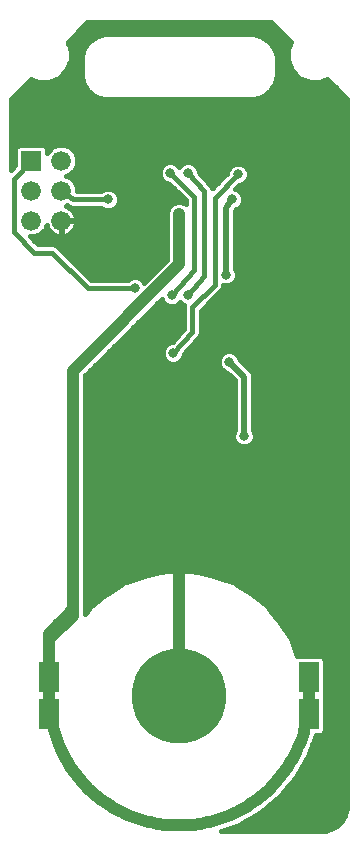
<source format=gbl>
G75*
%MOIN*%
%OFA0B0*%
%FSLAX25Y25*%
%IPPOS*%
%LPD*%
%AMOC8*
5,1,8,0,0,1.08239X$1,22.5*
%
%ADD10R,0.07000X0.10000*%
%ADD11C,0.31496*%
%ADD12R,0.06600X0.06600*%
%ADD13C,0.06600*%
%ADD14C,0.01600*%
%ADD15C,0.03169*%
%ADD16C,0.01200*%
%ADD17C,0.04000*%
%ADD18C,0.02000*%
%ADD19C,0.03562*%
D10*
X0017629Y0043926D03*
X0017629Y0056131D03*
X0104243Y0056131D03*
X0104243Y0043926D03*
D11*
X0060936Y0050028D03*
D12*
X0011645Y0228335D03*
D13*
X0011645Y0218335D03*
X0011645Y0208335D03*
X0021645Y0208335D03*
X0021645Y0218335D03*
X0021645Y0228335D03*
D14*
X0023374Y0223335D02*
X0024636Y0223858D01*
X0026122Y0225344D01*
X0026926Y0227285D01*
X0026926Y0229386D01*
X0026122Y0231327D01*
X0024636Y0232813D01*
X0022695Y0233617D01*
X0020594Y0233617D01*
X0018653Y0232813D01*
X0017167Y0231327D01*
X0016926Y0230743D01*
X0016926Y0232456D01*
X0015765Y0233617D01*
X0007524Y0233617D01*
X0006363Y0232456D01*
X0006363Y0226854D01*
X0004878Y0225308D01*
X0004878Y0248891D01*
X0011480Y0255494D01*
X0013850Y0254512D01*
X0017470Y0254512D01*
X0020815Y0255897D01*
X0023374Y0258457D01*
X0024759Y0261801D01*
X0024759Y0265421D01*
X0023778Y0267791D01*
X0030380Y0274394D01*
X0091492Y0274394D01*
X0098094Y0267791D01*
X0097112Y0265421D01*
X0097112Y0261801D01*
X0098498Y0258457D01*
X0101057Y0255897D01*
X0104401Y0254512D01*
X0108021Y0254512D01*
X0110392Y0255494D01*
X0116994Y0248891D01*
X0116994Y0013611D01*
X0116919Y0012461D01*
X0116323Y0010238D01*
X0115173Y0008245D01*
X0113546Y0006618D01*
X0111553Y0005468D01*
X0109330Y0004872D01*
X0108180Y0004797D01*
X0074925Y0004797D01*
X0080997Y0007007D01*
X0080997Y0007007D01*
X0088163Y0011144D01*
X0088163Y0011144D01*
X0094501Y0016463D01*
X0094501Y0016463D01*
X0099820Y0022801D01*
X0103957Y0029967D01*
X0106497Y0036945D01*
X0108564Y0036945D01*
X0109724Y0038105D01*
X0109724Y0049747D01*
X0109442Y0050028D01*
X0109724Y0050310D01*
X0109724Y0061951D01*
X0108564Y0063112D01*
X0100319Y0063112D01*
X0100278Y0063277D01*
X0100193Y0063328D01*
X0098673Y0067888D01*
X0098738Y0068214D01*
X0098391Y0068734D01*
X0098193Y0069327D01*
X0097897Y0069475D01*
X0094731Y0074223D01*
X0094744Y0074348D01*
X0094228Y0074979D01*
X0093776Y0075657D01*
X0093653Y0075681D01*
X0091042Y0078873D01*
X0091017Y0079123D01*
X0090474Y0079567D01*
X0090030Y0080109D01*
X0089780Y0080134D01*
X0086589Y0082745D01*
X0086564Y0082868D01*
X0085886Y0083320D01*
X0085255Y0083836D01*
X0085131Y0083824D01*
X0080383Y0086989D01*
X0080235Y0087286D01*
X0079641Y0087484D01*
X0079121Y0087830D01*
X0078796Y0087765D01*
X0074235Y0089286D01*
X0074185Y0089370D01*
X0073371Y0089574D01*
X0072576Y0089839D01*
X0072487Y0089795D01*
X0066013Y0091413D01*
X0065797Y0091630D01*
X0065148Y0091630D01*
X0064517Y0091787D01*
X0064255Y0091630D01*
X0057617Y0091630D01*
X0057354Y0091787D01*
X0056724Y0091630D01*
X0056075Y0091630D01*
X0055858Y0091413D01*
X0049384Y0089795D01*
X0049296Y0089839D01*
X0048501Y0089574D01*
X0047687Y0089370D01*
X0047636Y0089286D01*
X0043076Y0087765D01*
X0042751Y0087830D01*
X0042230Y0087484D01*
X0041637Y0087286D01*
X0041489Y0086989D01*
X0036741Y0083824D01*
X0036616Y0083836D01*
X0035985Y0083320D01*
X0035307Y0082868D01*
X0035283Y0082745D01*
X0032091Y0080134D01*
X0031842Y0080109D01*
X0031398Y0079567D01*
X0030855Y0079123D01*
X0030830Y0078873D01*
X0029510Y0077260D01*
X0029484Y0077704D01*
X0029484Y0156647D01*
X0055089Y0182252D01*
X0055453Y0181375D01*
X0056456Y0180372D01*
X0057766Y0179829D01*
X0059184Y0179829D01*
X0060495Y0180372D01*
X0061182Y0181059D01*
X0061869Y0180372D01*
X0062607Y0180066D01*
X0062584Y0180011D01*
X0062584Y0172183D01*
X0058483Y0167767D01*
X0058258Y0167767D01*
X0056948Y0167224D01*
X0055945Y0166221D01*
X0055402Y0164911D01*
X0055402Y0163492D01*
X0055945Y0162182D01*
X0056948Y0161179D01*
X0058258Y0160636D01*
X0059677Y0160636D01*
X0060987Y0161179D01*
X0061990Y0162182D01*
X0062533Y0163492D01*
X0062533Y0163954D01*
X0067368Y0169161D01*
X0067723Y0169516D01*
X0067743Y0169565D01*
X0067779Y0169604D01*
X0067954Y0170075D01*
X0068146Y0170538D01*
X0068146Y0170591D01*
X0068165Y0170641D01*
X0068146Y0171143D01*
X0068146Y0178306D01*
X0074322Y0184482D01*
X0074322Y0184482D01*
X0075105Y0185264D01*
X0075528Y0186286D01*
X0075528Y0186904D01*
X0075975Y0186719D01*
X0077393Y0186719D01*
X0078703Y0187262D01*
X0079706Y0188265D01*
X0080249Y0189575D01*
X0080249Y0190993D01*
X0079706Y0192304D01*
X0079665Y0192345D01*
X0079665Y0211527D01*
X0080048Y0212102D01*
X0080672Y0212360D01*
X0081675Y0213363D01*
X0082218Y0214673D01*
X0082218Y0216092D01*
X0081675Y0217402D01*
X0080672Y0218405D01*
X0079638Y0218833D01*
X0080989Y0220183D01*
X0081330Y0220183D01*
X0082640Y0220726D01*
X0083643Y0221729D01*
X0084186Y0223040D01*
X0084186Y0224458D01*
X0083643Y0225768D01*
X0082640Y0226771D01*
X0081330Y0227314D01*
X0079912Y0227314D01*
X0078601Y0226771D01*
X0077598Y0225768D01*
X0077056Y0224458D01*
X0077056Y0224117D01*
X0072008Y0219069D01*
X0071894Y0219344D01*
X0071726Y0219807D01*
X0071684Y0219853D01*
X0071660Y0219911D01*
X0071311Y0220259D01*
X0067454Y0224467D01*
X0067454Y0224950D01*
X0066911Y0226261D01*
X0065908Y0227263D01*
X0064598Y0227806D01*
X0063179Y0227806D01*
X0061869Y0227263D01*
X0060936Y0226330D01*
X0060003Y0227263D01*
X0058692Y0227806D01*
X0057274Y0227806D01*
X0055963Y0227263D01*
X0054961Y0226261D01*
X0054418Y0224950D01*
X0054418Y0223532D01*
X0054961Y0222221D01*
X0055963Y0221218D01*
X0057274Y0220676D01*
X0057615Y0220676D01*
X0063076Y0215215D01*
X0063076Y0213884D01*
X0061728Y0214443D01*
X0060144Y0214443D01*
X0058681Y0213836D01*
X0057561Y0212717D01*
X0056955Y0211253D01*
X0056955Y0195378D01*
X0049270Y0187693D01*
X0049195Y0187875D01*
X0048192Y0188878D01*
X0046881Y0189420D01*
X0045463Y0189420D01*
X0044152Y0188878D01*
X0043911Y0188636D01*
X0031576Y0188636D01*
X0020188Y0200024D01*
X0019166Y0200447D01*
X0013859Y0200447D01*
X0011252Y0203054D01*
X0012695Y0203054D01*
X0014636Y0203858D01*
X0016122Y0205344D01*
X0016756Y0206876D01*
X0016918Y0206378D01*
X0017283Y0205662D01*
X0017754Y0205013D01*
X0018322Y0204445D01*
X0018972Y0203974D01*
X0019687Y0203609D01*
X0020450Y0203361D01*
X0021243Y0203235D01*
X0021460Y0203235D01*
X0021460Y0208151D01*
X0021829Y0208151D01*
X0021829Y0208520D01*
X0026745Y0208520D01*
X0026745Y0208737D01*
X0026619Y0209530D01*
X0026371Y0210293D01*
X0026006Y0211008D01*
X0025535Y0211658D01*
X0024967Y0212225D01*
X0024317Y0212697D01*
X0023602Y0213062D01*
X0023104Y0213224D01*
X0023522Y0213397D01*
X0023666Y0213286D01*
X0023927Y0213025D01*
X0024102Y0212953D01*
X0024252Y0212838D01*
X0024609Y0212743D01*
X0024950Y0212602D01*
X0025138Y0212602D01*
X0025321Y0212553D01*
X0025687Y0212602D01*
X0035053Y0212602D01*
X0035294Y0212360D01*
X0036605Y0211817D01*
X0038023Y0211817D01*
X0039333Y0212360D01*
X0040336Y0213363D01*
X0040879Y0214673D01*
X0040879Y0216092D01*
X0040336Y0217402D01*
X0039333Y0218405D01*
X0038023Y0218948D01*
X0036605Y0218948D01*
X0035294Y0218405D01*
X0035053Y0218164D01*
X0026926Y0218164D01*
X0026926Y0219386D01*
X0026122Y0221327D01*
X0024636Y0222813D01*
X0023374Y0223335D01*
X0024771Y0223993D02*
X0054418Y0223993D01*
X0054683Y0225592D02*
X0026224Y0225592D01*
X0026886Y0227190D02*
X0055890Y0227190D01*
X0057983Y0224241D02*
X0065857Y0216367D01*
X0065857Y0191761D01*
X0058475Y0183394D01*
X0060956Y0180833D02*
X0061408Y0180833D01*
X0062584Y0179235D02*
X0052072Y0179235D01*
X0050473Y0177636D02*
X0062584Y0177636D01*
X0062584Y0176038D02*
X0048875Y0176038D01*
X0047276Y0174439D02*
X0062584Y0174439D01*
X0062584Y0172841D02*
X0045678Y0172841D01*
X0044079Y0171242D02*
X0061710Y0171242D01*
X0060226Y0169644D02*
X0042481Y0169644D01*
X0040882Y0168045D02*
X0058741Y0168045D01*
X0056170Y0166447D02*
X0039284Y0166447D01*
X0037685Y0164848D02*
X0055402Y0164848D01*
X0055503Y0163250D02*
X0036086Y0163250D01*
X0034488Y0161651D02*
X0056476Y0161651D01*
X0058967Y0164202D02*
X0065365Y0171091D01*
X0065365Y0179457D01*
X0072747Y0186839D01*
X0072747Y0215875D01*
X0080621Y0223749D01*
X0081630Y0227190D02*
X0116994Y0227190D01*
X0116994Y0225592D02*
X0083717Y0225592D01*
X0084186Y0223993D02*
X0116994Y0223993D01*
X0116994Y0222395D02*
X0083919Y0222395D01*
X0082710Y0220796D02*
X0116994Y0220796D01*
X0116994Y0219198D02*
X0080003Y0219198D01*
X0081478Y0217599D02*
X0116994Y0217599D01*
X0116994Y0216001D02*
X0082218Y0216001D01*
X0082105Y0214402D02*
X0116994Y0214402D01*
X0116994Y0212803D02*
X0081115Y0212803D01*
X0079665Y0211205D02*
X0116994Y0211205D01*
X0116994Y0209606D02*
X0079665Y0209606D01*
X0079665Y0208008D02*
X0116994Y0208008D01*
X0116994Y0206409D02*
X0079665Y0206409D01*
X0080621Y0206524D02*
X0081605Y0205540D01*
X0079665Y0204811D02*
X0116994Y0204811D01*
X0116994Y0203212D02*
X0079665Y0203212D01*
X0079665Y0201614D02*
X0116994Y0201614D01*
X0116994Y0200015D02*
X0079665Y0200015D01*
X0079665Y0198417D02*
X0116994Y0198417D01*
X0116994Y0196818D02*
X0079665Y0196818D01*
X0079665Y0195220D02*
X0116994Y0195220D01*
X0116994Y0193621D02*
X0079665Y0193621D01*
X0079823Y0192023D02*
X0116994Y0192023D01*
X0116994Y0190424D02*
X0080249Y0190424D01*
X0079939Y0188826D02*
X0116994Y0188826D01*
X0116994Y0187227D02*
X0078620Y0187227D01*
X0076684Y0184871D02*
X0075700Y0182902D01*
X0075256Y0185629D02*
X0116994Y0185629D01*
X0116994Y0184030D02*
X0073871Y0184030D01*
X0072272Y0182432D02*
X0116994Y0182432D01*
X0116994Y0180833D02*
X0070674Y0180833D01*
X0068810Y0178965D02*
X0069794Y0176997D01*
X0069075Y0179235D02*
X0116994Y0179235D01*
X0116994Y0177636D02*
X0068146Y0177636D01*
X0068146Y0176038D02*
X0116994Y0176038D01*
X0116994Y0174439D02*
X0068146Y0174439D01*
X0068146Y0172841D02*
X0116994Y0172841D01*
X0116994Y0171242D02*
X0068146Y0171242D01*
X0067794Y0169644D02*
X0116994Y0169644D01*
X0116994Y0168045D02*
X0066332Y0168045D01*
X0064847Y0166447D02*
X0116994Y0166447D01*
X0116994Y0164848D02*
X0063363Y0164848D01*
X0062432Y0163250D02*
X0074638Y0163250D01*
X0074646Y0163268D02*
X0074103Y0161958D01*
X0074103Y0160540D01*
X0074646Y0159229D01*
X0075649Y0158226D01*
X0076959Y0157683D01*
X0077018Y0157683D01*
X0079608Y0155093D01*
X0079608Y0138704D01*
X0079567Y0138662D01*
X0079024Y0137352D01*
X0079024Y0135933D01*
X0079567Y0134623D01*
X0080570Y0133620D01*
X0081880Y0133077D01*
X0083299Y0133077D01*
X0084609Y0133620D01*
X0085612Y0134623D01*
X0086155Y0135933D01*
X0086155Y0137352D01*
X0085612Y0138662D01*
X0085570Y0138704D01*
X0085570Y0156921D01*
X0085117Y0158016D01*
X0081233Y0161899D01*
X0081233Y0161958D01*
X0080691Y0163268D01*
X0079688Y0164271D01*
X0078377Y0164814D01*
X0076959Y0164814D01*
X0075649Y0164271D01*
X0074646Y0163268D01*
X0074103Y0161651D02*
X0061459Y0161651D01*
X0055994Y0180833D02*
X0053670Y0180833D01*
X0050402Y0188826D02*
X0048244Y0188826D01*
X0046172Y0185855D02*
X0030424Y0185855D01*
X0018613Y0197666D01*
X0012708Y0197666D01*
X0005818Y0204556D01*
X0005818Y0222272D01*
X0011645Y0228335D01*
X0015797Y0233584D02*
X0020516Y0233584D01*
X0022773Y0233584D02*
X0116994Y0233584D01*
X0116994Y0231986D02*
X0025463Y0231986D01*
X0026511Y0230387D02*
X0116994Y0230387D01*
X0116994Y0228789D02*
X0026926Y0228789D01*
X0025054Y0222395D02*
X0054889Y0222395D01*
X0056983Y0220796D02*
X0026342Y0220796D01*
X0026926Y0219198D02*
X0059093Y0219198D01*
X0060692Y0217599D02*
X0040140Y0217599D01*
X0040879Y0216001D02*
X0062290Y0216001D01*
X0061826Y0214402D02*
X0063076Y0214402D01*
X0060046Y0214402D02*
X0040767Y0214402D01*
X0039777Y0212803D02*
X0057648Y0212803D01*
X0056955Y0211205D02*
X0025864Y0211205D01*
X0026594Y0209606D02*
X0056955Y0209606D01*
X0056955Y0208008D02*
X0026745Y0208008D01*
X0026745Y0207934D02*
X0026744Y0208151D01*
X0021829Y0208151D01*
X0021829Y0203235D01*
X0022046Y0203235D01*
X0022839Y0203361D01*
X0023602Y0203609D01*
X0024317Y0203974D01*
X0024967Y0204445D01*
X0025535Y0205013D01*
X0026006Y0205662D01*
X0026371Y0206378D01*
X0026619Y0207141D01*
X0026745Y0207934D01*
X0026381Y0206409D02*
X0056955Y0206409D01*
X0056955Y0204811D02*
X0025332Y0204811D01*
X0028456Y0203572D02*
X0027471Y0197666D01*
X0026591Y0193621D02*
X0055198Y0193621D01*
X0053599Y0192023D02*
X0028189Y0192023D01*
X0029788Y0190424D02*
X0052001Y0190424D01*
X0056796Y0195220D02*
X0024992Y0195220D01*
X0023394Y0196818D02*
X0056955Y0196818D01*
X0056955Y0198417D02*
X0021795Y0198417D01*
X0020197Y0200015D02*
X0056955Y0200015D01*
X0056955Y0201614D02*
X0012693Y0201614D01*
X0013077Y0203212D02*
X0056955Y0203212D01*
X0069302Y0189792D02*
X0063889Y0183394D01*
X0069302Y0189792D02*
X0069302Y0218335D01*
X0063889Y0224241D01*
X0065982Y0227190D02*
X0079612Y0227190D01*
X0077525Y0225592D02*
X0067188Y0225592D01*
X0067889Y0223993D02*
X0076932Y0223993D01*
X0075334Y0222395D02*
X0069354Y0222395D01*
X0070819Y0220796D02*
X0073735Y0220796D01*
X0072137Y0219198D02*
X0071955Y0219198D01*
X0061796Y0227190D02*
X0060076Y0227190D01*
X0050109Y0232115D02*
X0047156Y0233099D01*
X0037314Y0215383D02*
X0025503Y0215383D01*
X0021645Y0218335D01*
X0024109Y0212803D02*
X0024381Y0212803D01*
X0021829Y0208008D02*
X0021460Y0208008D01*
X0021460Y0206409D02*
X0021829Y0206409D01*
X0021829Y0204811D02*
X0021460Y0204811D01*
X0017957Y0204811D02*
X0015589Y0204811D01*
X0016563Y0206409D02*
X0016908Y0206409D01*
X0006363Y0227190D02*
X0004878Y0227190D01*
X0004878Y0225592D02*
X0005150Y0225592D01*
X0004878Y0228789D02*
X0006363Y0228789D01*
X0006363Y0230387D02*
X0004878Y0230387D01*
X0004878Y0231986D02*
X0006363Y0231986D01*
X0007492Y0233584D02*
X0004878Y0233584D01*
X0004878Y0235183D02*
X0116994Y0235183D01*
X0116994Y0236781D02*
X0004878Y0236781D01*
X0004878Y0238380D02*
X0116994Y0238380D01*
X0116994Y0239978D02*
X0004878Y0239978D01*
X0004878Y0241577D02*
X0116994Y0241577D01*
X0116994Y0243175D02*
X0004878Y0243175D01*
X0004878Y0244774D02*
X0116994Y0244774D01*
X0116994Y0246372D02*
X0004878Y0246372D01*
X0004878Y0247971D02*
X0116994Y0247971D01*
X0116316Y0249569D02*
X0088326Y0249569D01*
X0088650Y0249675D02*
X0088650Y0249675D01*
X0090931Y0251332D01*
X0090931Y0251332D01*
X0092589Y0253614D01*
X0093460Y0256296D01*
X0093460Y0263053D01*
X0092589Y0265734D01*
X0092589Y0265734D01*
X0090931Y0268016D01*
X0088650Y0269673D01*
X0085968Y0270545D01*
X0035904Y0270545D01*
X0033222Y0269673D01*
X0030940Y0268016D01*
X0029283Y0265734D01*
X0028411Y0263053D01*
X0028411Y0262239D01*
X0028411Y0256296D01*
X0029283Y0253614D01*
X0029283Y0253614D01*
X0030940Y0251332D01*
X0030940Y0251332D01*
X0030940Y0251332D01*
X0033222Y0249675D01*
X0035904Y0248803D01*
X0085968Y0248803D01*
X0088650Y0249675D01*
X0090705Y0251168D02*
X0114718Y0251168D01*
X0113119Y0252766D02*
X0091973Y0252766D01*
X0092589Y0253614D02*
X0092589Y0253614D01*
X0092833Y0254365D02*
X0111521Y0254365D01*
X0100991Y0255963D02*
X0093352Y0255963D01*
X0093460Y0257562D02*
X0099392Y0257562D01*
X0098206Y0259160D02*
X0093460Y0259160D01*
X0093460Y0260759D02*
X0097544Y0260759D01*
X0097112Y0262357D02*
X0093460Y0262357D01*
X0093167Y0263956D02*
X0097112Y0263956D01*
X0097167Y0265554D02*
X0092647Y0265554D01*
X0091558Y0267153D02*
X0097830Y0267153D01*
X0097134Y0268751D02*
X0089919Y0268751D01*
X0090931Y0268016D02*
X0090931Y0268016D01*
X0090931Y0268016D01*
X0088650Y0269673D02*
X0088650Y0269673D01*
X0086568Y0270350D02*
X0095536Y0270350D01*
X0093937Y0271948D02*
X0027935Y0271948D01*
X0026336Y0270350D02*
X0035304Y0270350D01*
X0033222Y0269673D02*
X0033222Y0269673D01*
X0031953Y0268751D02*
X0024738Y0268751D01*
X0024042Y0267153D02*
X0030313Y0267153D01*
X0030940Y0268016D02*
X0030940Y0268016D01*
X0029224Y0265554D02*
X0024704Y0265554D01*
X0024759Y0263956D02*
X0028705Y0263956D01*
X0028411Y0262357D02*
X0024759Y0262357D01*
X0024328Y0260759D02*
X0028411Y0260759D01*
X0028411Y0259160D02*
X0023666Y0259160D01*
X0022479Y0257562D02*
X0028411Y0257562D01*
X0028519Y0255963D02*
X0020881Y0255963D01*
X0029039Y0254365D02*
X0010351Y0254365D01*
X0008753Y0252766D02*
X0029898Y0252766D01*
X0031167Y0251168D02*
X0007154Y0251168D01*
X0005555Y0249569D02*
X0033546Y0249569D01*
X0033222Y0249675D02*
X0033222Y0249675D01*
X0029533Y0273547D02*
X0092339Y0273547D01*
X0090931Y0251332D02*
X0090931Y0251332D01*
X0090956Y0205540D02*
X0089479Y0205540D01*
X0091448Y0166170D02*
X0091448Y0158296D01*
X0097353Y0158296D02*
X0099322Y0156820D01*
X0110148Y0153375D02*
X0112117Y0151406D01*
X0116994Y0152060D02*
X0085570Y0152060D01*
X0085570Y0150462D02*
X0116994Y0150462D01*
X0116994Y0148863D02*
X0085570Y0148863D01*
X0085570Y0147265D02*
X0116994Y0147265D01*
X0116994Y0145666D02*
X0085570Y0145666D01*
X0085570Y0144068D02*
X0116994Y0144068D01*
X0116994Y0142469D02*
X0085570Y0142469D01*
X0085570Y0140870D02*
X0116994Y0140870D01*
X0116994Y0139272D02*
X0085570Y0139272D01*
X0086021Y0137673D02*
X0116994Y0137673D01*
X0116994Y0136075D02*
X0086155Y0136075D01*
X0085465Y0134476D02*
X0116994Y0134476D01*
X0116994Y0132878D02*
X0029484Y0132878D01*
X0029484Y0134476D02*
X0079713Y0134476D01*
X0079024Y0136075D02*
X0029484Y0136075D01*
X0029484Y0137673D02*
X0079157Y0137673D01*
X0079608Y0139272D02*
X0029484Y0139272D01*
X0029484Y0140870D02*
X0079608Y0140870D01*
X0079608Y0142469D02*
X0029484Y0142469D01*
X0029484Y0144068D02*
X0079608Y0144068D01*
X0079608Y0145666D02*
X0029484Y0145666D01*
X0029484Y0147265D02*
X0079608Y0147265D01*
X0079608Y0148863D02*
X0029484Y0148863D01*
X0029484Y0150462D02*
X0079608Y0150462D01*
X0079608Y0152060D02*
X0029484Y0152060D01*
X0029484Y0153659D02*
X0079608Y0153659D01*
X0079444Y0155257D02*
X0029484Y0155257D01*
X0029692Y0156856D02*
X0077845Y0156856D01*
X0075421Y0158454D02*
X0031291Y0158454D01*
X0032889Y0160053D02*
X0074304Y0160053D01*
X0080698Y0163250D02*
X0116994Y0163250D01*
X0116994Y0161651D02*
X0081482Y0161651D01*
X0083080Y0160053D02*
X0116994Y0160053D01*
X0116994Y0158454D02*
X0084679Y0158454D01*
X0085570Y0156856D02*
X0116994Y0156856D01*
X0116994Y0155257D02*
X0085570Y0155257D01*
X0085570Y0153659D02*
X0116994Y0153659D01*
X0116994Y0131279D02*
X0029484Y0131279D01*
X0029484Y0129681D02*
X0116994Y0129681D01*
X0116994Y0128082D02*
X0029484Y0128082D01*
X0029484Y0126484D02*
X0116994Y0126484D01*
X0116994Y0124885D02*
X0029484Y0124885D01*
X0029484Y0123287D02*
X0116994Y0123287D01*
X0116994Y0121688D02*
X0029484Y0121688D01*
X0029484Y0120090D02*
X0116994Y0120090D01*
X0116994Y0118491D02*
X0029484Y0118491D01*
X0029484Y0116893D02*
X0116994Y0116893D01*
X0116994Y0115294D02*
X0029484Y0115294D01*
X0029484Y0113696D02*
X0116994Y0113696D01*
X0116994Y0112097D02*
X0029484Y0112097D01*
X0029484Y0110499D02*
X0116994Y0110499D01*
X0116994Y0108900D02*
X0029484Y0108900D01*
X0029484Y0107302D02*
X0116994Y0107302D01*
X0116994Y0105703D02*
X0029484Y0105703D01*
X0029484Y0104105D02*
X0116994Y0104105D01*
X0116994Y0102506D02*
X0029484Y0102506D01*
X0029484Y0100908D02*
X0116994Y0100908D01*
X0116994Y0099309D02*
X0029484Y0099309D01*
X0029484Y0097711D02*
X0116994Y0097711D01*
X0116994Y0096112D02*
X0029484Y0096112D01*
X0029484Y0094514D02*
X0116994Y0094514D01*
X0116994Y0092915D02*
X0029484Y0092915D01*
X0029484Y0091317D02*
X0055473Y0091317D01*
X0048934Y0089718D02*
X0029484Y0089718D01*
X0029484Y0088120D02*
X0044139Y0088120D01*
X0040787Y0086521D02*
X0029484Y0086521D01*
X0029484Y0084923D02*
X0038389Y0084923D01*
X0035990Y0083324D02*
X0029484Y0083324D01*
X0029484Y0081726D02*
X0034036Y0081726D01*
X0032021Y0080127D02*
X0029484Y0080127D01*
X0029484Y0078529D02*
X0030548Y0078529D01*
X0031408Y0102194D02*
X0030424Y0104162D01*
X0035345Y0118926D02*
X0033377Y0121879D01*
X0045188Y0121879D02*
X0045188Y0118926D01*
X0066841Y0115973D02*
X0067826Y0113020D01*
X0078652Y0106131D02*
X0077668Y0104162D01*
X0072938Y0089718D02*
X0116994Y0089718D01*
X0116994Y0088120D02*
X0077733Y0088120D01*
X0081085Y0086521D02*
X0116994Y0086521D01*
X0116994Y0084923D02*
X0083483Y0084923D01*
X0085882Y0083324D02*
X0116994Y0083324D01*
X0116994Y0081726D02*
X0087835Y0081726D01*
X0089851Y0080127D02*
X0116994Y0080127D01*
X0116994Y0078529D02*
X0091323Y0078529D01*
X0092631Y0076930D02*
X0116994Y0076930D01*
X0116994Y0075332D02*
X0093993Y0075332D01*
X0095058Y0073733D02*
X0116994Y0073733D01*
X0116994Y0072134D02*
X0096124Y0072134D01*
X0097190Y0070536D02*
X0116994Y0070536D01*
X0116994Y0068937D02*
X0098323Y0068937D01*
X0098856Y0067339D02*
X0116994Y0067339D01*
X0116994Y0065740D02*
X0099389Y0065740D01*
X0099922Y0064142D02*
X0116994Y0064142D01*
X0116994Y0062543D02*
X0109132Y0062543D01*
X0109724Y0060945D02*
X0116994Y0060945D01*
X0116994Y0059346D02*
X0109724Y0059346D01*
X0109724Y0057748D02*
X0116994Y0057748D01*
X0116994Y0056149D02*
X0109724Y0056149D01*
X0109724Y0054551D02*
X0116994Y0054551D01*
X0116994Y0052952D02*
X0109724Y0052952D01*
X0109724Y0051354D02*
X0116994Y0051354D01*
X0116994Y0049755D02*
X0109715Y0049755D01*
X0109724Y0048157D02*
X0116994Y0048157D01*
X0116994Y0046558D02*
X0109724Y0046558D01*
X0109724Y0044960D02*
X0116994Y0044960D01*
X0116994Y0043361D02*
X0109724Y0043361D01*
X0109724Y0041763D02*
X0116994Y0041763D01*
X0116994Y0040164D02*
X0109724Y0040164D01*
X0109724Y0038566D02*
X0116994Y0038566D01*
X0116994Y0036967D02*
X0108586Y0036967D01*
X0105923Y0035369D02*
X0116994Y0035369D01*
X0116994Y0033770D02*
X0105341Y0033770D01*
X0104760Y0032172D02*
X0116994Y0032172D01*
X0116994Y0030573D02*
X0104178Y0030573D01*
X0103384Y0028975D02*
X0116994Y0028975D01*
X0116994Y0027376D02*
X0102461Y0027376D01*
X0101538Y0025778D02*
X0116994Y0025778D01*
X0116994Y0024179D02*
X0100616Y0024179D01*
X0099820Y0022801D02*
X0099820Y0022801D01*
X0099635Y0022581D02*
X0116994Y0022581D01*
X0116994Y0020982D02*
X0098294Y0020982D01*
X0096952Y0019384D02*
X0116994Y0019384D01*
X0116994Y0017785D02*
X0095611Y0017785D01*
X0094172Y0016187D02*
X0116994Y0016187D01*
X0116994Y0014588D02*
X0092267Y0014588D01*
X0090362Y0012990D02*
X0116953Y0012990D01*
X0116632Y0011391D02*
X0088457Y0011391D01*
X0085822Y0009793D02*
X0116066Y0009793D01*
X0115121Y0008194D02*
X0083053Y0008194D01*
X0079867Y0006596D02*
X0113506Y0006596D01*
X0109796Y0004997D02*
X0075475Y0004997D01*
X0066399Y0091317D02*
X0116994Y0091317D01*
X0097353Y0126800D02*
X0099322Y0128769D01*
X0044101Y0188826D02*
X0031386Y0188826D01*
X0017826Y0231986D02*
X0016926Y0231986D01*
D15*
X0007786Y0244910D03*
X0027471Y0197666D03*
X0037314Y0215383D03*
X0046172Y0185855D03*
X0039282Y0163217D03*
X0042235Y0160265D03*
X0045188Y0123847D03*
X0045188Y0118926D03*
X0035345Y0118926D03*
X0030424Y0118926D03*
X0030424Y0104162D03*
X0024519Y0076603D03*
X0021566Y0073650D03*
X0018613Y0070698D03*
X0056760Y0094320D03*
X0060936Y0094320D03*
X0065112Y0094320D03*
X0067826Y0113020D03*
X0072747Y0113020D03*
X0077668Y0104162D03*
X0082589Y0136643D03*
X0077668Y0161249D03*
X0072747Y0174044D03*
X0069794Y0176997D03*
X0075700Y0182902D03*
X0076684Y0190284D03*
X0081605Y0205540D03*
X0078652Y0215383D03*
X0080621Y0223749D03*
X0090956Y0205540D03*
X0085542Y0176013D03*
X0099322Y0156820D03*
X0099322Y0128769D03*
X0112117Y0151406D03*
X0111133Y0190776D03*
X0098337Y0093335D03*
X0058967Y0164202D03*
X0058475Y0183394D03*
X0063889Y0183394D03*
X0063889Y0224241D03*
X0057983Y0224241D03*
X0060936Y0239989D03*
D16*
X0111133Y0190776D02*
X0112117Y0184871D01*
D17*
X0060936Y0193729D02*
X0025503Y0158296D01*
X0025503Y0077587D01*
X0017629Y0068729D01*
X0017629Y0070698D01*
X0025503Y0078572D01*
X0025503Y0076603D01*
X0017629Y0068729D01*
X0017629Y0056131D01*
X0017629Y0050028D01*
X0017629Y0043926D01*
X0017629Y0069775D02*
X0018674Y0069775D01*
X0020704Y0073773D02*
X0022673Y0073773D01*
X0024703Y0077772D02*
X0025503Y0077772D01*
X0060936Y0094320D02*
X0060936Y0050028D01*
X0060936Y0006721D02*
X0061982Y0006734D01*
X0063028Y0006772D01*
X0064073Y0006835D01*
X0065116Y0006923D01*
X0066156Y0007037D01*
X0067193Y0007175D01*
X0068227Y0007339D01*
X0069256Y0007528D01*
X0070281Y0007741D01*
X0071300Y0007979D01*
X0072313Y0008242D01*
X0073319Y0008529D01*
X0074319Y0008841D01*
X0075310Y0009176D01*
X0076293Y0009535D01*
X0077267Y0009918D01*
X0078231Y0010324D01*
X0079186Y0010754D01*
X0080129Y0011206D01*
X0081062Y0011682D01*
X0081982Y0012179D01*
X0082891Y0012699D01*
X0083787Y0013240D01*
X0084669Y0013803D01*
X0085537Y0014387D01*
X0086391Y0014992D01*
X0087230Y0015617D01*
X0088054Y0016263D01*
X0088862Y0016928D01*
X0089654Y0017612D01*
X0090429Y0018316D01*
X0091186Y0019038D01*
X0091926Y0019778D01*
X0092648Y0020535D01*
X0093352Y0021310D01*
X0094036Y0022102D01*
X0094701Y0022910D01*
X0095347Y0023734D01*
X0095972Y0024573D01*
X0096577Y0025427D01*
X0097161Y0026295D01*
X0097724Y0027177D01*
X0098265Y0028073D01*
X0098785Y0028982D01*
X0099282Y0029902D01*
X0099758Y0030835D01*
X0100210Y0031778D01*
X0100640Y0032733D01*
X0101046Y0033697D01*
X0101429Y0034671D01*
X0101788Y0035654D01*
X0102123Y0036645D01*
X0102435Y0037645D01*
X0102722Y0038651D01*
X0102985Y0039664D01*
X0103223Y0040683D01*
X0103436Y0041708D01*
X0103625Y0042737D01*
X0103789Y0043771D01*
X0103927Y0044808D01*
X0104041Y0045848D01*
X0104129Y0046891D01*
X0104192Y0047936D01*
X0104230Y0048982D01*
X0104243Y0050028D01*
X0104243Y0043926D01*
X0104243Y0050028D02*
X0104243Y0056131D01*
X0060936Y0006721D02*
X0059890Y0006734D01*
X0058844Y0006772D01*
X0057799Y0006835D01*
X0056756Y0006923D01*
X0055716Y0007037D01*
X0054679Y0007175D01*
X0053645Y0007339D01*
X0052616Y0007528D01*
X0051591Y0007741D01*
X0050572Y0007979D01*
X0049559Y0008242D01*
X0048553Y0008529D01*
X0047553Y0008841D01*
X0046562Y0009176D01*
X0045579Y0009535D01*
X0044605Y0009918D01*
X0043641Y0010324D01*
X0042686Y0010754D01*
X0041743Y0011206D01*
X0040810Y0011682D01*
X0039890Y0012179D01*
X0038981Y0012699D01*
X0038085Y0013240D01*
X0037203Y0013803D01*
X0036335Y0014387D01*
X0035481Y0014992D01*
X0034642Y0015617D01*
X0033818Y0016263D01*
X0033010Y0016928D01*
X0032218Y0017612D01*
X0031443Y0018316D01*
X0030686Y0019038D01*
X0029946Y0019778D01*
X0029224Y0020535D01*
X0028520Y0021310D01*
X0027836Y0022102D01*
X0027171Y0022910D01*
X0026525Y0023734D01*
X0025900Y0024573D01*
X0025295Y0025427D01*
X0024711Y0026295D01*
X0024148Y0027177D01*
X0023607Y0028073D01*
X0023087Y0028982D01*
X0022590Y0029902D01*
X0022114Y0030835D01*
X0021662Y0031778D01*
X0021232Y0032733D01*
X0020826Y0033697D01*
X0020443Y0034671D01*
X0020084Y0035654D01*
X0019749Y0036645D01*
X0019437Y0037645D01*
X0019150Y0038651D01*
X0018887Y0039664D01*
X0018649Y0040683D01*
X0018436Y0041708D01*
X0018247Y0042737D01*
X0018083Y0043771D01*
X0017945Y0044808D01*
X0017831Y0045848D01*
X0017743Y0046891D01*
X0017680Y0047936D01*
X0017642Y0048982D01*
X0017629Y0050028D01*
X0060936Y0193729D02*
X0060936Y0210461D01*
D18*
X0076684Y0212430D02*
X0076684Y0190284D01*
X0076684Y0212430D02*
X0078652Y0215383D01*
X0077668Y0161249D02*
X0082589Y0156328D01*
X0082589Y0136643D01*
D19*
X0060936Y0210461D03*
M02*

</source>
